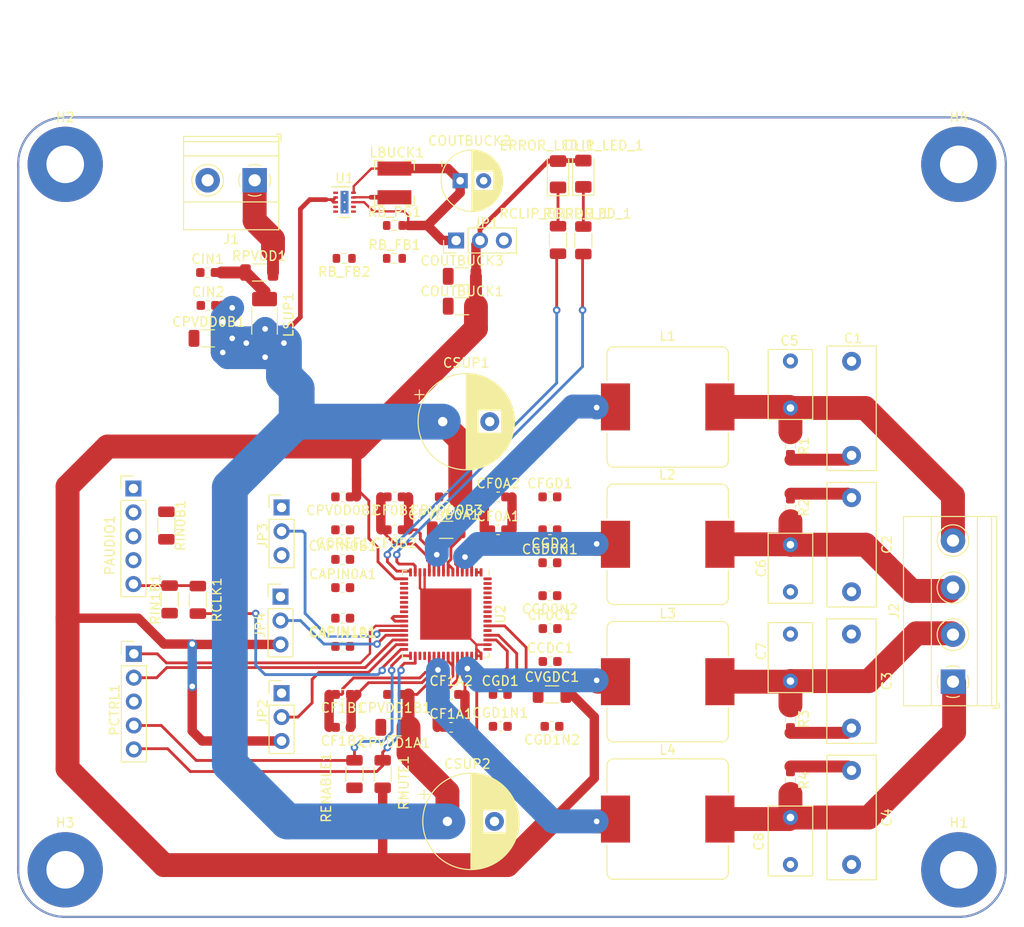
<source format=kicad_pcb>
(kicad_pcb (version 20211014) (generator pcbnew)
  (layers (0 "F.Cu" signal) (31 "B.Cu" signal) (34 "B.Paste" user) (35 "F.Paste" user) (36 "B.SilkS" user "B.Silkscreen") (37 "F.SilkS" user "F.Silkscreen") (38 "B.Mask" user) (39 "F.Mask" user) (44 "Edge.Cuts" user))
  (net 0 "")
  (net 1 "GND")
  (net 2 "Net-(C3-Pad2)")
  (net 3 "Net-(C4-Pad1)")
  (net 4 "Net-(C7-Pad2)")
  (net 5 "Net-(C2-Pad1)")
  (net 6 "Net-(C5-Pad2)")
  (net 7 "Net-(C6-Pad1)")
  (net 8 "Net-(C8-Pad1)")
  (net 9 "Net-(CCDC1-Pad1)")
  (net 10 "Net-(CCREF1-Pad1)")
  (net 11 "Net-(CF0A1-Pad1)")
  (net 12 "Net-(CF0A1-Pad2)")
  (net 13 "Net-(CF0B1-Pad1)")
  (net 14 "Net-(CF0B1-Pad2)")
  (net 15 "Net-(CF1A1-Pad1)")
  (net 16 "Net-(CF1A1-Pad2)")
  (net 17 "Net-(CF1B1-Pad1)")
  (net 18 "Net-(CF1B1-Pad2)")
  (net 19 "Net-(CFDC1-Pad1)")
  (net 20 "Net-(CFDC1-Pad2)")
  (net 21 "Net-(CGD1-Pad1)")
  (net 22 "Net-(CGD1-Pad2)")
  (net 23 "Net-(CFGD1-Pad1)")
  (net 24 "/PVDD")
  (net 25 "Net-(CFGD1-Pad2)")
  (net 26 "/VDD")
  (net 27 "/BUCK_5V")
  (net 28 "Net-(CGD0N1-Pad1)")
  (net 29 "Net-(CGD2-Pad2)")
  (net 30 "Net-(CIN1-Pad2)")
  (net 31 "/RPI_5V")
  (net 32 "Net-(C1-Pad2)")
  (net 33 "Net-(CLIP_LED_1-Pad1)")
  (net 34 "Net-(RB_FB1-Pad1)")
  (net 35 "/ERROR")
  (net 36 "/CLIP")
  (net 37 "Net-(CVGDC1-Pad1)")
  (net 38 "Net-(CAPIN0A1-Pad1)")
  (net 39 "WS")
  (net 40 "Net-(CAPIN0B1-Pad1)")
  (net 41 "Net-(ERROR_LED_1-Pad1)")
  (net 42 "Net-(J1-Pad1)")
  (net 43 "SCLK")
  (net 44 "SD0")
  (net 45 "AD1")
  (net 46 "AD0")
  (net 47 "OUT0B")
  (net 48 "OUT0A")
  (net 49 "OUT1A")
  (net 50 "OUT1B")
  (net 51 "Net-(CAPIN1A1-Pad2)")
  (net 52 "Net-(CAPIN1B1-Pad1)")
  (net 53 "SD1")
  (net 54 "CLKM{slash}S")
  (net 55 "CLK")
  (net 56 "ENABLE")
  (net 57 "MUTE")
  (net 58 "SDL")
  (net 59 "SDA")
  (net 60 "Net-(LBUCK1-Pad2)")
  (net 61 "Net-(RB_PG1-Pad1)")
  (footprint "Capacitor_SMD:C_0603_1608Metric" (layer "F.Cu") (at 144.525 109.855 180)
    (fp_text reference "CF1B2")
    (fp_text value "10uF")
  )
  (footprint "Connector_PinHeader_2.54mm:PinHeader_1x03_P2.54mm_Vertical" (layer "F.Cu") (at 138 86.475)
    (fp_text reference "JP3")
    (fp_text value "Jumper_3_Open")
  )
  (footprint "Capacitor_SMD:C_0603_1608Metric" (layer "F.Cu") (at 161.025 85.355)
    (fp_text reference "CF0A2")
    (fp_text value "10uF")
  )
  (footprint "Capacitor_THT:C_Rect_L7.2mm_W4.5mm_P5.00mm_FKS2_FKP2_MKS2_MKP2" (layer "F.Cu") (at 192.1 99.94 -90)
    (fp_text reference "C7")
    (fp_text value "0.47uF")
  )
  (footprint "Resistor_SMD:R_1206_3216Metric" (layer "F.Cu") (at 167.39 58.0375 90)
    (fp_text reference "RCLIP_ERROR_1")
    (fp_text value "2k")
  )
  (footprint "Capacitor_THT:C_Rect_L7.2mm_W4.5mm_P5.00mm_FKS2_FKP2_MKS2_MKP2" (layer "F.Cu") (at 192.1 119.44 -90)
    (fp_text reference "C8")
    (fp_text value "0.47uF")
  )
  (footprint "Capacitor_SMD:C_0603_1608Metric" (layer "F.Cu") (at 130.14 61.5)
    (fp_text reference "CIN1")
    (fp_text value "22nF")
  )
  (footprint "Package_SON:WSON-10-1EP_2x3mm_P0.5mm_EP0.84x2.4mm_ThermalVias" (layer "F.Cu") (at 144.695 54.025)
    (fp_text reference "U1")
    (fp_text value "TPS62175DQC")
  )
  (footprint "Capacitor_THT:C_Rect_L13.0mm_W5.0mm_P10.00mm_FKS3_FKP3_MKS4" (layer "F.Cu") (at 198.6 85.44 -90)
    (fp_text reference "C2")
    (fp_text value "1uF")
  )
  (footprint "Capacitor_SMD:C_1206_3216Metric" (layer "F.Cu") (at 130.165 68.5 180)
    (fp_text reference "CPVDD0B1")
    (fp_text value "1uF")
  )
  (footprint "Capacitor_THT:CP_Radial_D10.0mm_P5.00mm" (layer "F.Cu") (at 155.632323 119.855)
    (fp_text reference "CSUP2")
    (fp_text value "330uF/35V")
  )
  (footprint "Capacitor_SMD:C_0603_1608Metric" (layer "F.Cu") (at 144.5 88.855 180)
    (fp_text reference "CCREF1")
    (fp_text value "1uF")
  )
  (footprint "Capacitor_SMD:C_1206_3216Metric" (layer "F.Cu") (at 157.19 61.905)
    (fp_text reference "COUTBUCK3")
    (fp_text value "0.1uF")
  )
  (footprint "Resistor_SMD:R_1206_3216Metric" (layer "F.Cu") (at 125.75 88.4 90)
    (fp_text reference "RIN0B1")
    (fp_text value "R")
  )
  (footprint "Capacitor_SMD:C_0603_1608Metric" (layer "F.Cu") (at 144.5 95)
    (fp_text reference "CAPIN0A1")
    (fp_text value "1uF")
  )
  (footprint "Capacitor_SMD:C_0603_1608Metric" (layer "F.Cu") (at 144.5 92)
    (fp_text reference "CAPIN0B1")
    (fp_text value "1uF")
  )
  (footprint "Inductor_SMD:L_Bourns_SRP1245A" (layer "F.Cu") (at 179.05 75.79 180)
    (fp_text reference "L1")
    (fp_text value "3.3uH")
  )
  (footprint "Resistor_SMD:R_0603_1608Metric" (layer "F.Cu") (at 192.1 108.9775 -90)
    (fp_text reference "R3")
    (fp_text value "3.6")
  )
  (footprint "Resistor_SMD:R_1206_3216Metric" (layer "F.Cu") (at 148.75 114.8175 -90)
    (fp_text reference "RMUTE1")
    (fp_text value "R")
  )
  (footprint "MountingHole:MountingHole_4mm_Pad" (layer "F.Cu") (at 115 50)
    (fp_text reference "H2")
    (fp_text value "MountingHole_Pad")
  )
  (footprint "LED_SMD:LED_1206_3216Metric" (layer "F.Cu") (at 170.08 51 90)
    (fp_text reference "CLIP_LED_1")
    (fp_text value "LED")
  )
  (footprint "Inductor_SMD:L_Bourns_SRP1245A" (layer "F.Cu") (at 179.05 90.395 180)
    (fp_text reference "L2")
    (fp_text value "3.3uH")
  )
  (footprint "Resistor_SMD:R_1206_3216Metric" (layer "F.Cu") (at 129.1 96.3 -90)
    (fp_text reference "RCLK1")
    (fp_text value "R")
  )
  (footprint "MountingHole:MountingHole_4mm_Pad" (layer "F.Cu") (at 210 50)
    (fp_text reference "H4")
    (fp_text value "MountingHole_Pad")
  )
  (footprint "Capacitor_SMD:C_0603_1608Metric" (layer "F.Cu") (at 166.525 92.355)
    (fp_text reference "CGD0N1")
    (fp_text value "1uF")
  )
  (footprint "Inductor_SMD:L_Bourns_SRP1245A" (layer "F.Cu") (at 179.05 119.605 180)
    (fp_text reference "L4")
    (fp_text value "3.3uH")
  )
  (footprint "Capacitor_THT:CP_Radial_D6.3mm_P2.50mm" (layer "F.Cu") (at 156.985 51.745)
    (fp_text reference "COUTBUCK2")
    (fp_text value "22uF")
  )
  (footprint "Resistor_SMD:R_1206_3216Metric" (layer "F.Cu") (at 126.1 96.25 -90)
    (fp_text reference "RIN1B1")
    (fp_text value "R")
  )
  (footprint "Capacitor_THT:CP_Radial_D10.0mm_P5.00mm" (layer "F.Cu") (at 155.132323 77.355)
    (fp_text reference "CSUP1")
    (fp_text value "330uF/35V")
  )
  (footprint "Capacitor_SMD:C_0603_1608Metric" (layer "F.Cu") (at 161.25 109.75)
    (fp_text reference "CGD1N1")
    (fp_text value "1uF")
  )
  (footprint "Resistor_SMD:R_0603_1608Metric" (layer "F.Cu") (at 144.6575 60 180)
    (fp_text reference "RB_FB2")
    (fp_text value "383k")
  )
  (footprint "Capacitor_SMD:C_0603_1608Metric" (layer "F.Cu") (at 166.75 109.75 180)
    (fp_text reference "CGD1N2")
    (fp_text value "0.1uF")
  )
  (footprint "Connector_PinHeader_2.54mm:PinHeader_1x03_P2.54mm_Vertical" (layer "F.Cu") (at 156.555 58.095 90)
    (fp_text reference "JP1")
    (fp_text value "Jumper_3_Open")
  )
  (footprint "Inductor_SMD:L_Bourns_SRP1245A" (layer "F.Cu") (at 179.05 105 180)
    (fp_text reference "L3")
    (fp_text value "3.3uH")
  )
  (footprint "Connector_PinHeader_2.54mm:PinHeader_1x03_P2.54mm_Vertical" (layer "F.Cu") (at 138 106.225)
    (fp_text reference "JP2")
    (fp_text value "Jumper_3_Open")
  )
  (footprint "Capacitor_SMD:C_0603_1608Metric" (layer "F.Cu") (at 150.025 85.355 180)
    (fp_text reference "CF0B1")
    (fp_text value "10uF")
  )
  (footprint "Resistor_SMD:R_1206_3216Metric" (layer "F.Cu") (at 135.6275 61.5 180)
    (fp_text reference "RPVDD1")
    (fp_text value "0.1R")
  )
  (footprint "Resistor_SMD:R_1206_3216Metric" (layer "F.Cu") (at 145.75 114.8175 -90)
    (fp_text reference "RENABLE1")
    (fp_text value "R")
  )
  (footprint "Capacitor_SMD:C_0603_1608Metric" (layer "F.Cu") (at 156.025 109.855)
    (fp_text reference "CF1A1")
    (fp_text value "10uF")
  )
  (footprint "Capacitor_SMD:C_1206_3216Metric" (layer "F.Cu") (at 157.19 65.08)
    (fp_text reference "COUTBUCK1")
    (fp_text value "1uF")
  )
  (footprint "Capacitor_SMD:C_0603_1608Metric" (layer "F.Cu") (at 166.55 102.855)
    (fp_text reference "CCDC1")
    (fp_text value "1uF")
  )
  (footprint "Capacitor_SMD:C_0603_1608Metric" (layer "F.Cu") (at 166.525 95.855 180)
    (fp_text reference "CGD0N2")
    (fp_text value "0.1uF")
  )
  (footprint "Capacitor_THT:C_Rect_L7.2mm_W4.5mm_P5.00mm_FKS2_FKP2_MKS2_MKP2" (layer "F.Cu") (at 192.1 90.44 -90)
    (fp_text reference "C6")
    (fp_text value "0.47uF")
  )
  (footprint "Capacitor_SMD:C_0603_1608Metric" (layer "F.Cu") (at 144.5 85.355 180)
    (fp_text reference "CPVDD0B2")
    (fp_text value "1uF")
  )
  (footprint "Capacitor_THT:C_Rect_L13.0mm_W5.0mm_P10.00mm_FKS3_FKP3_MKS4" (layer "F.Cu") (at 198.6 114.44 -90)
    (fp_text reference "C4")
    (fp_text value "1uF")
  )
  (footprint "Capacitor_SMD:C_0603_1608Metric" (layer "F.Cu") (at 130.19 65)
    (fp_text reference "CIN2")
    (fp_text value "22nF")
  )
  (footprint "Resistor_SMD:R_0603_1608Metric" (layer "F.Cu") (at 192.1 115.4775 -90)
    (fp_text reference "R4")
    (fp_text value "3.6")
  )
  (footprint "Capacitor_THT:C_Rect_L13.0mm_W5.0mm_P10.00mm_FKS3_FKP3_MKS4" (layer "F.Cu") (at 198.585 99.94 -90)
    (fp_text reference "C3")
    (fp_text value "1uF")
  )
  (footprint "Capacitor_SMD:C_1206_3216Metric" (layer "F.Cu") (at 155.5 88.855 180)
    (fp_text reference "CPVDD0A1")
    (fp_text value "0.1uF")
  )
  (footprint "Capacitor_SMD:C_0603_1608Metric" (layer "F.Cu") (at 166.525 85.355)
    (fp_text reference "CFGD1")
    (fp_text value "0.1uF")
  )
  (footprint "Resistor_SMD:R_0603_1608Metric" (layer "F.Cu") (at 150 56.5)
    (fp_text reference "RB_PG1")
    (fp_text value "100k")
  )
  (footprint "MountingHole:MountingHole_4mm_Pad" (layer "F.Cu") (at 115 125)
    (fp_text reference "H3")
    (fp_text value "MountingHole_Pad")
  )
  (footprint "Capacitor_THT:C_Rect_L7.2mm_W4.5mm_P5.00mm_FKS2_FKP2_MKS2_MKP2" (layer "F.Cu") (at 192.1 70.9025 -90)
    (fp_text reference "C5")
    (fp_text value "0.47uF")
  )
  (footprint "Capacitor_SMD:C_0603_1608Metric" (layer "F.Cu") (at 144.5 98.25 180)
    (fp_text reference "CAPIN1A1")
    (fp_text value "1uF")
  )
  (footprint "Resistor_SMD:R_1206_3216Metric" (layer "F.Cu") (at 170.08 58.075 90)
    (fp_text reference "RCLIP_LED_1")
    (fp_text value "2k")
  )
  (footprint "Inductor_SMD:L_2010_5025Metric_Pad1.52x2.65mm_HandSolder" (layer "F.Cu") (at 136.19 66.6625 90)
    (fp_text reference "LSUP1")
    (fp_text value "Ferrite 2743019447")
  )
  (footprint "LED_SMD:LED_1206_3216Metric" (layer "F.Cu") (at 167.39 51.0525 90)
    (fp_text reference "ERROR_LED_1")
    (fp_text value "LED")
  )
  (footprint "Capacitor_SMD:C_0603_1608Metric" (layer "F.Cu") (at 144.5 101.25)
    (fp_text reference "CAPIN1B1")
    (fp_text value "1uF")
  )
  (footprint "Connector_PinHeader_2.54mm:PinHeader_1x05_P2.54mm_Vertical" (layer "F.Cu") (at 122.25 84.4625)
    (fp_text reference "PAUDIO1")
    (fp_text value "Conn_01x05")
  )
  (footprint "Capacitor_SMD:C_0603_1608Metric" (layer "F.Cu") (at 150.025 88.855 180)
    (fp_text reference "CF0B2")
    (fp_text value "10uF")
  )
  (footprint "MountingHole:MountingHole_4mm_Pad" (layer "F.Cu") (at 210 125)
    (fp_text reference "H1")
    (fp_text value "MountingHole_Pad")
  )
  (footprint "TerminalBlock_Phoenix:TerminalBlock_Phoenix_MKDS-1,5-2_1x02_P5.00mm_Horizontal" (layer "F.Cu") (at 135.14 51.695 180)
    (fp_text reference "J1")
    (fp_text value "Screw_Terminal_01x02")
  )
  (footprint "Capacitor_SMD:C_0603_1608Metric" (layer "F.Cu") (at 161.25 106.355)
    (fp_text reference "CGD1")
    (fp_text value "1uF")
  )
  (footprint "Connector_PinHeader_2.54mm:PinHeader_1x05_P2.54mm_Vertical" (layer "F.Cu") (at 122.295 102.0375)
    (fp_text reference "PCTRL1")
    (fp_text value "Conn_01x05")
  )
  (footprint "Capacitor_SMD:C_0603_1608Metric" (layer "F.Cu") (at 150.025 106.355 180)
    (fp_text reference "CPVDD1B1")
    (fp_text value "1uF")
  )
  (footprint "Capacitor_SMD:C_0603_1608Metric" (layer "F.Cu") (at 166.55 99.355)
    (fp_text reference "CFDC1")
    (fp_text value "1uF")
  )
  (footprint "Connector_PinHeader_2.54mm:PinHeader_1x03_P2.54mm_Vertical" (layer "F.Cu") (at 137.8875 95.96)
    (fp_text reference "JP4")
    (fp_text value "Jumper_3_Open")
  )
  (footprint "Package_DFN_QFN:QFN-64-1EP_9x9mm_P0.5mm_EP5.45x5.45mm" (layer "F.Cu") (at 155.46 97.815 -90)
    (fp_text reference "U2")
    (fp_text value "MA12070P")
  )
  (footprint "TerminalBlock_Phoenix:TerminalBlock_Phoenix_MKDS-1,5-4_1x04_P5.00mm_Horizontal" (layer "F.Cu") (at 209.38 105 90)
    (fp_text reference "J2")
    (fp_text value "Screw_Terminal_01x04")
  )
  (footprint "Capacitor_SMD:C_0603_1608Metric" (layer "F.Cu") (at 156.025 106.355)
    (fp_text reference "CF1A2")
    (fp_text value "10uF")
  )
  (footprint "Capacitor_SMD:C_0603_1608Metric" (layer "F.Cu") (at 155.525 85.355 180)
    (fp_text reference "CPVDD0B3")
    (fp_text value "1uF")
  )
  (footprint "Capacitor_SMD:C_0603_1608Metric" (layer "F.Cu") (at 166.525 88.855 180)
    (fp_text reference "CGD2")
    (fp_text value "1uF")
  )
  (footprint "Capacitor_SMD:C_0603_1608Metric" (layer "F.Cu") (at 144.525 106.355 180)
    (fp_text reference "CF1B1")
    (fp_text value "10uF")
  )
  (footprint "Resistor_SMD:R_0603_1608Metric" (layer "F.Cu") (at 192.1 79.94 -90)
    (fp_text reference "R1")
    (fp_text value "3.6")
  )
  (footprint "Inductor_SMD:L_Bourns-SRN4018" (layer "F.Cu") (at 150 51.975 -90)
    (fp_text reference "LBUCK1")
    (fp_text value "SRN4026-100M")
  )
  (footprint "Capacitor_THT:C_Rect_L13.0mm_W5.0mm_P10.00mm_FKS3_FKP3_MKS4" (layer "F.Cu") (at 198.6 70.94 -90)
    (fp_text reference "C1")
    (fp_text value "1uF")
  )
  (footprint "Capacitor_SMD:C_0603_1608Metric" (layer "F.Cu") (at 161.025 88.855)
    (fp_text reference "CF0A1")
    (fp_text value "10uF")
  )
  (footprint "Capacitor_SMD:C_1206_3216Metric" (layer "F.Cu") (at 150.025 109.855 180)
    (fp_text reference "CPVDD1A1")
    (fp_text value "0.1uF")
  )
  (footprint "Resistor_SMD:R_0603_1608Metric" (layer "F.Cu") (at 192.1 86.4775 -90)
    (fp_text reference "R2")
    (fp_text value "3.6")
  )
  (footprint "Resistor_SMD:R_0603_1608Metric" (layer "F.Cu") (at 150 60)
    (fp_text reference "RB_FB1")
    (fp_text value "2M")
  )
  (footprint "Capacitor_SMD:C_1206_3216Metric" (layer "F.Cu") (at 166.75 106.355)
    (fp_text reference "CVGDC1")
    (fp_text value "1uF")
  )
  (gr_line (start 110 50.25) (end 110 124.75) (layer "F.Cu") (width 0.2))
  (gr_arc (start 215 125) (mid 213.535534 128.535534) (end 210 130) (layer "F.Cu") (width 0.2))
  (gr_line (start 210 45) (end 115 44.993754) (layer "F.Cu") (width 0.2))
  (gr_arc (start 110 50.25) (mid 111.372738 46.54957) (end 115 44.993754) (layer "F.Cu") (width 0.2))
  (gr_arc (start 114.75 130) (mid 111.287689 128.358757) (end 110 124.75) (layer "F.Cu") (width 0.2))
  (gr_line (start 114.75 130) (end 210 130) (layer "F.Cu") (width 0.2))
  (gr_line (start 215 125) (end 214.994341 50.237826) (layer "F.Cu") (width 0.2))
  (gr_arc (start 210 45) (mid 213.618641 46.549575) (end 214.994341 50.237826) (layer "F.Cu") (width 0.2))
  (gr_line (start 210 45) (end 115 45.006246) (layer "B.Cu") (width 0.2))
  (gr_arc (start 210 45) (mid 213.627262 46.555816) (end 215 50.256246) (layer "B.Cu") (width 0.2))
  (gr_line (start 215 124.756246) (end 215 50.256246) (layer "B.Cu") (width 0.2))
  (gr_line (start 110.005659 50.244072) (end 110 125.006246) (layer "B.Cu") (width 0.2))
  (gr_arc (start 115 130.006246) (mid 111.464466 128.54178) (end 110 125.006246) (layer "B.Cu") (width 0.2))
  (gr_line (start 115 130.006246) (end 210.25 130.006246) (layer "B.Cu") (width 0.2))
  (gr_arc (start 110.005659 50.244072) (mid 111.381359 46.555821) (end 115 45.006246) (layer "B.Cu") (width 0.2))
  (gr_arc (start 215 124.756246) (mid 213.712311 128.365003) (end 210.25 130.006246) (layer "B.Cu") (width 0.2))
  (gr_line (start 215 50) (end 215 125) (layer "Edge.Cuts") (width 0.05))
  (gr_line (start 110 125) (end 110 50) (layer "Edge.Cuts") (width 0.05))
  (gr_arc (start 110 50) (mid 111.464466 46.464466) (end 115 45) (layer "Edge.Cuts") (width 0.05))
  (gr_arc (start 115 130) (mid 111.464466 128.535534) (end 110 125) (layer "Edge.Cuts") (width 0.05))
  (gr_line (start 210 130) (end 115 130) (layer "Edge.Cuts") (width 0.05))
  (gr_line (start 115 45) (end 210 45) (layer "Edge.Cuts") (width 0.05))
  (gr_arc (start 210 45) (mid 213.535534 46.464466) (end 215 50) (layer "Edge.Cuts") (width 0.05))
  (gr_arc (start 215 125) (mid 213.535534 128.535534) (end 210 130) (layer "Edge.Cuts") (width 0.05))
  (segment (start 152.71 95.065) (end 152.71 93.3775) (width 0.25) (layer "F.Cu") (net 1))
  (segment (start 151.0225 98.065) (end 149.935 98.065) (width 0.3) (layer "F.Cu") (net 1))
  (segment (start 159.21 102.2525) (end 159.21 102.01) (width 0.25) (layer "F.Cu") (net 1))
  (segment (start 151.0225 98.565) (end 150.065 98.565) (width 0.3) (layer "F.Cu") (net 1))
  (segment (start 158.71 101.51) (end 158.71 101.065) (width 0.25) (layer "F.Cu") (net 1))
  (segment (start 159.21 93.3775) (end 158.71 93.3775) (width 0.3) (layer "F.Cu") (net 1))
  (segment (start 159.8975 101.065) (end 158.71 101.065) (width 0.25) (layer "F.Cu") (net 1))
  (segment (start 158.71 102.2525) (end 158.71 101.51) (width 0.25) (layer "F.Cu") (net 1))
  (segment (start 153.21 93.3775) (end 153.21 95.565) (width 0.25) (layer "F.Cu") (net 1))
  (segment (start 159.21 102.01) (end 158.71 101.51) (width 0.25) (layer "F.Cu") (net 1))
  (segment (start 150.065 98.565) (end 149.75 98.25) (width 0.3) (layer "F.Cu") (net 1))
  (segment (start 149.935 98.065) (end 149.75 98.25) (width 0.3) (layer "F.Cu") (net 1))
  (segment (start 158.71 102.2525) (end 159.21 102.2525) (width 0.3) (layer "F.Cu") (net 1))
  (segment (start 153.21 95.565) (end 152.71 95.065) (width 0.25) (layer "F.Cu") (net 1))
  (segment (start 158.71 101.065) (end 155.46 97.815) (width 0.25) (layer "F.Cu") (net 1))
  (segment (start 198.085 110.44) (end 198.585 109.94) (width 1.27) (layer "F.Cu") (net 2))
  (segment (start 192.1 110.44) (end 198.085 110.44) (width 1.27) (layer "F.Cu") (net 2))
  (segment (start 198.175 114.015) (end 198.6 114.44) (width 1.27) (layer "F.Cu") (net 3))
  (segment (start 198.6 114.44) (end 198.585 114.44) (width 1.27) (layer "F.Cu") (net 3))
  (segment (start 192.1 114.015) (end 198.175 114.015) (width 1.27) (layer "F.Cu") (net 3))
  (segment (start 209.235 99.855) (end 209.38 100) (width 2.54) (layer "F.Cu") (net 4))
  (segment (start 200.415 104.94) (end 205.5 99.855) (width 2.54) (layer "F.Cu") (net 4))
  (segment (start 184.6 105) (end 192.04 105) (width 2.54) (layer "F.Cu") (net 4))
  (segment (start 192.1 104.94) (end 200.415 104.94) (width 2.54) (layer "F.Cu") (net 4))
  (segment (start 205.5 99.855) (end 209.235 99.855) (width 2.54) (layer "F.Cu") (net 4))
  (segment (start 192.04 105) (end 192.1 104.94) (width 2.54) (layer "F.Cu") (net 4))
  (segment (start 192.1 107.515) (end 192.1 104.94) (width 2.54) (layer "F.Cu") (net 4))
  (segment (start 198.175 85.015) (end 198.6 85.44) (width 1.27) (layer "F.Cu") (net 5))
  (segment (start 192.1 85.015) (end 198.175 85.015) (width 1.27) (layer "F.Cu") (net 5))
  (segment (start 200.0475 75.9025) (end 209.38 85.235) (width 2.54) (layer "F.Cu") (net 6))
  (segment (start 192.1 78.4775) (end 192.1 75.9025) (width 2.54) (layer "F.Cu") (net 6))
  (segment (start 209.38 85.235) (end 209.38 90) (width 2.54) (layer "F.Cu") (net 6))
  (segment (start 192.1 75.9025) (end 200.0475 75.9025) (width 2.54) (layer "F.Cu") (net 6))
  (segment (start 184.6 75.79) (end 191.9875 75.79) (width 2.54) (layer "F.Cu") (net 6))
  (segment (start 191.9875 75.79) (end 192.1 75.9025) (width 2.54) (layer "F.Cu") (net 6))
  (segment (start 209.025 95.355) (end 209.38 95) (width 2.54) (layer "F.Cu") (net 7))
  (segment (start 192.1 90.44) (end 200.085 90.44) (width 2.54) (layer "F.Cu") (net 7))
  (segment (start 205 95.355) (end 209.025 95.355) (width 2.54) (layer "F.Cu") (net 7))
  (segment (start 192.1 90.44) (end 192.1 87.94) (width 2.54) (layer "F.Cu") (net 7))
  (segment (start 200.085 90.44) (end 205 95.355) (width 2.54) (layer "F.Cu") (net 7))
  (segment (start 192.055 90.395) (end 192.1 90.44) (width 2.54) (layer "F.Cu") (net 7))
  (segment (start 184.6 90.395) (end 192.055 90.395) (width 2.54) (layer "F.Cu") (net 7))
  (segment (start 191.935 119.605) (end 192.1 119.44) (width 2.54) (layer "F.Cu") (net 8))
  (segment (start 209.5 110.355) (end 209.5 105.12) (width 2.54) (layer "F.Cu") (net 8))
  (segment (start 209.5 105.12) (end 209.38 105) (width 2.54) (layer "F.Cu") (net 8))
  (segment (start 192.1 119.44) (end 200.415 119.44) (width 2.54) (layer "F.Cu") (net 8))
  (segment (start 192.1 119.44) (end 192.1 116.94) (width 2.54) (layer "F.Cu") (net 8))
  (segment (start 200.415 119.44) (end 209.5 110.355) (width 2.54) (layer "F.Cu") (net 8))
  (segment (start 184.6 119.605) (end 191.935 119.605) (width 2.54) (layer "F.Cu") (net 8))
  (segment (start 159.55 89.95) (end 159.55 88.855) (width 0.3) (layer "F.Cu") (net 11))
  (segment (start 157.5 90.25) (end 159.25 90.25) (width 0.3) (layer "F.Cu") (net 11))
  (segment (start 156.5 92.5) (end 156.5 91.25) (width 0.3) (layer "F.Cu") (net 11))
  (segment (start 156.5 91.25) (end 157.5 90.25) (width 0.3) (layer "F.Cu") (net 11))
  (segment (start 156.71 92.71) (end 156.5 92.5) (width 0.3) (layer "F.Cu") (net 11))
  (segment (start 159.25 90.25) (end 159.55 89.95) (width 0.3) (layer "F.Cu") (net 11))
  (segment (start 156.71 93.3775) (end 156.71 92.71) (width 0.3) (layer "F.Cu") (net 11))
  (segment (start 159.55 85.355) (end 159.55 88.855) (width 1) (layer "F.Cu") (net 11))
  (segment (start 159 91.25) (end 158.5 91.75) (width 0.3) (layer "F.Cu") (net 12))
  (segment (start 158.5 92.25) (end 158.21 92.54) (width 0.3) (layer "F.Cu") (net 12))
  (segment (start 162.5 85.355) (end 162.5 88.855) (width 1) (layer "F.Cu") (net 12))
  (segment (start 162.5 88.855) (end 160.105 91.25) (width 0.3) (layer "F.Cu") (net 12))
  (segment (start 158.21 92.54) (end 158.21 93.3775) (width 0.3) (layer "F.Cu") (net 12))
  (segment (start 158.5 91.75) (end 158.5 92.25) (width 0.3) (layer "F.Cu") (net 12))
  (segment (start 160.105 91.25) (end 159 91.25) (width 0.3) (layer "F.Cu") (net 12))
  (segment (start 155.0525 90.355) (end 153.25 90.355) (width 0.3) (layer "F.Cu") (net 13))
  (segment (start 155.5 90.8025) (end 155.0525 90.355) (width 0.3) (layer "F.Cu") (net 13))
  (segment (start 153.25 90.355) (end 152.75 89.855) (width 0.3) (layer "F.Cu") (net 13))
  (segment (start 152.75 89.855) (end 152.75 89.25) (width 0.3) (layer "F.Cu") (net 13))
  (segment (start 155.21 92.04) (end 155.5 91.75) (width 0.3) (layer "F.Cu") (net 13))
  (segment (start 151.5 88.855) (end 151.5 85.355) (width 1) (layer "F.Cu") (net 13))
  (segment (start 155.5 91.75) (end 155.5 90.8025) (width 0.3) (layer "F.Cu") (net 13))
  (segment (start 152.355 88.855) (end 151.5 88.855) (width 0.3) (layer "F.Cu") (net 13))
  (segment (start 155.21 93.3775) (end 155.21 92.04) (width 0.3) (layer "F.Cu") (net 13))
  (segment (start 152.75 89.25) (end 152.355 88.855) (width 0.3) (layer "F.Cu") (net 13))
  (segment (start 150.05 90.355) (end 148.55 88.855) (width 0.3) (layer "F.Cu") (net 14))
  (segment (start 153.71 92.315) (end 153.5 92.105) (width 0.3) (layer "F.Cu") (net 14))
  (segment (start 148.55 85.355) (end 148.55 88.855) (width 1) (layer "F.Cu") (net 14))
  (segment (start 153.5 92.105) (end 153.5 91.6775) (width 0.3) (layer "F.Cu") (net 14))
  (segment (start 153.5 91.6775) (end 152.1775 90.355) (width 0.3) (layer "F.Cu") (net 14))
  (segment (start 152.1775 90.355) (end 150.05 90.355) (width 0.3) (layer "F.Cu") (net 14))
  (segment (start 153.71 93.3775) (end 153.71 92.315) (width 0.3) (layer "F.Cu") (net 14))
  (segment (start 155.145 106.355) (end 156.71 104.79) (width 0.3) (layer "F.Cu") (net 15))
  (segment (start 154.55 106.355) (end 155.145 106.355) (width 0.3) (layer "F.Cu") (net 15))
  (segment (start 156.71 104.79) (end 156.71 102.2525) (width 0.3) (layer "F.Cu") (net 15))
  (segment (start 154.55 106.355) (end 154.55 109.855) (width 1) (layer "F.Cu") (net 15))
  (segment (start 158.75 103.355) (end 158.21 102.815) (width 0.3) (layer "F.Cu") (net 16))
  (segment (start 157.5 106.355) (end 157.5 105.105) (width 0.3) (layer "F.Cu") (net 16))
  (segment (start 157.5 106.355) (end 157.5 109.855) (width 1) (layer "F.Cu") (net 16))
  (segment (start 157.5 105.105) (end 158.75 103.855) (width 0.3) (layer "F.Cu") (net 16))
  (segment (start 158.75 103.855) (end 158.75 103.355) (width 0.3) (layer "F.Cu") (net 16))
  (segment (start 158.21 102.815) (end 158.21 102.2525) (width 0.3) (layer "F.Cu") (net 16))
  (segment (start 147.25 105.105) (end 146.125 106.23) (width 0.3) (layer "F.Cu") (net 17))
  (segment (start 155.5 103.355) (end 155.5 104.355) (width 0.3) (layer "F.Cu") (net 17))
  (segment (start 145.4 109.755) (end 145.3 109.855) (width 1) (layer "F.Cu") (net 17))
  (segment (start 153.4275 104.605) (end 152.9275 105.105) (width 0.3) (layer "F.Cu") (net 17))
  (segment (start 146 106.355) (end 145.4 106.955) (width 1) (layer "F.Cu") (net 17))
  (segment (start 155.5 104.355) (end 155.25 104.605) (width 0.3) (layer "F.Cu") (net 17))
  (segment (start 145.4 106.955) (end 145.4 109.755) (width 1) (layer "F.Cu") (net 17))
  (segment (start 155.21 103.065) (end 155.5 103.355) (width 0.3) (layer "F.Cu") (net 17))
  (segment (start 155.21 102.2525) (end 155.21 103.065) (width 0.3) (layer "F.Cu") (net 17))
  (segment (start 155.25 104.605) (end 153.4275 104.605) (width 0.3) (layer "F.Cu") (net 17))
  (segment (start 152.9275 105.105) (end 147.25 105.105) (width 0.3) (layer "F.Cu") (net 17))
  (segment (start 144.5 105.75) (end 144.5 106.25) (width 0.3) (layer "F.Cu") (net 18))
  (segment (start 145.645 104.605) (end 144.5 105.75) (width 0.3) (layer "F.Cu") (net 18))
  (segment (start 144.5 106.25) (end 144.395 106.355) (width 0.3) (layer "F.Cu") (net 18))
  (segment (start 152.695 104.605) (end 145.645 104.605) (width 0.3) (layer "F.Cu") (net 18))
  (segment (start 143.05 106.355) (end 143.05 109.855) (width 1) (layer "F.Cu") (net 18))
  (segment (start 153.3 104) (end 152.695 104.605) (width 0.3) (layer "F.Cu") (net 18))
  (segment (start 153.71 102.2525) (end 153.71 103.865) (width 0.3) (layer "F.Cu") (net 18))
  (segment (start 153.575 104) (end 153.3 104) (width 0.3) (layer "F.Cu") (net 18))
  (segment (start 144.395 106.355) (end 143.05 106.355) (width 0.3) (layer "F.Cu") (net 18))
  (segment (start 153.71 103.865) (end 153.575 104) (width 0.3) (layer "F.Cu") (net 18))
  (segment (start 161.065 100.065) (end 159.8975 100.065) (width 0.3) (layer "F.Cu") (net 21))
  (segment (start 160.395 106.355) (end 163 103.75) (width 0.3) (layer "F.Cu") (net 21))
  (segment (start 163 102) (end 161.065 100.065) (width 0.3) (layer "F.Cu") (net 21))
  (segment (start 163 103.75) (end 163 102) (width 0.3) (layer "F.Cu") (net 21))
  (segment (start 156.21 102.2525) (end 156.21 103.315) (width 0.3) (layer "F.Cu") (net 24))
  (segment (start 151.5 112.605) (end 151.5 109.855) (width 2.54) (layer "F.Cu") (net 24))
  (segment (start 156.975 89.775) (end 156 90.75) (width 0.3) (layer "F.Cu") (net 24))
  (segment (start 131.915 65.25) (end 131.665 65) (width 1) (layer "F.Cu") (net 24))
  (segment (start 157 85.355) (end 156.975 85.38) (width 1) (layer "F.Cu") (net 24))
  (segment (start 137.75 68.5) (end 138.25 69) (width 2.54) (layer "F.Cu") (net 24))
  (segment (start 131.64 68.5) (end 131.64 69.89) (width 1) (layer "F.Cu") (net 24))
  (segment (start 152.395 106.355) (end 153.645 105.105) (width 0.3) (layer "F.Cu") (net 24))
  (segment (start 131.75 66.75) (end 131.75 70) (width 2.54) (layer "F.Cu") (net 24))
  (segment (start 136.19 69) (end 138.25 69) (width 0.5) (layer "F.Cu") (net 24))
  (segment (start 151.5 109.855) (end 151.5 106.355) (width 1.27) (layer "F.Cu") (net 24))
  (segment (start 156.21 104.395) (end 156.21 103.315) (width 0.3) (layer "F.Cu") (net 24))
  (segment (start 141 53.75) (end 142.75 53.75) (width 0.5) (layer "F.Cu") (net 24))
  (segment (start 143.525 54.025) (end 143.25 53.75) (width 0.3) (layer "F.Cu") (net 24))
  (segment (start 153.645 105.105) (end 155.5 105.105) (width 0.3) (layer "F.Cu") (net 24))
  (segment (start 138.25 68) (end 140 66.25) (width 0.5) (layer "F.Cu") (net 24))
  (segment (start 155.71 102.815) (end 155.71 102.2525) (width 0.3) (layer "F.Cu") (net 24))
  (segment (start 143.745 54.025) (end 143.525 54.025) (width 0.3) (layer "F.Cu") (net 24))
  (segment (start 138.25 69) (end 138.25 68) (width 0.5) (layer "F.Cu") (net 24))
  (segment (start 156.21 93.3775) (end 156.21 93.04) (width 0.3) (layer "F.Cu") (net 24))
  (segment (start 155.632323 119.855) (end 155.632323 116.737323) (width 2.54) (layer "F.Cu") (net 24))
  (segment (start 132.75 65.25) (end 131.915 65.25) (width 1) (layer "F.Cu") (net 24))
  (segment (start 131.64 65.025) (end 131.64 68.5) (width 1) (layer "F.Cu") (net 24))
  (segment (start 131.64 68.5) (end 132.75 68.5) (width 1) (layer "F.Cu") (net 24))
  (segment (start 131.665 65) (end 131.64 65.025) (width 1) (layer "F.Cu") (net 24))
  (segment (start 140 54.75) (end 141 53.75) (width 0.5) (layer "F.Cu") (net 24))
  (segment (start 155.71 102.815) (end 156.21 103.315) (width 0.3) (layer "F.Cu") (net 24))
  (segment (start 151.5 106.355) (end 152.395 106.355) (width 0.3) (layer "F.Cu") (net 24))
  (segment (start 143.25 53.75) (end 143.52 53.75) (width 0.3) (layer "F.Cu") (net 24))
  (segment (start 157 79.355) (end 157 85.355) (width 2.54) (layer "F.Cu") (net 24))
  (segment (start 156 90.75) (end 156 92) (width 0.3) (layer "F.Cu") (net 24))
  (segment (start 156 92) (end 155.71 92.29) (width 0.3) (layer "F.Cu") (net 24))
  (segment (start 140 66.25) (end 140 54.75) (width 0.5) (layer "F.Cu") (net 24))
  (segment (start 131.64 69.89) (end 131.75 70) (width 1) (layer "F.Cu") (net 24))
  (segment (start 155.632323 116.737323) (end 151.5 112.605) (width 2.54) (layer "F.Cu") (net 24))
  (segment (start 155.71 92.29) (end 155.71 92.54) (width 0.3) (layer "F.Cu") (net 24))
  (segment (start 156.21 93.04) (end 155.71 92.54) (width 0.3) (layer "F.Cu") (net 24))
  (segment (start 143.52 53.75) (end 143.745 53.525) (width 0.3) (layer "F.Cu") (net 24))
  (segment (start 132.75 68.5) (end 137.75 68.5) (width 2.54) (layer "F.Cu") (net 24))
  (segment (start 156.975 88.855) (end 156.975 89.775) (width 0.3) (layer "F.Cu") (net 24))
  (segment (start 155.71 92.54) (end 155.71 93.3775) (width 0.3) (layer "F.Cu") (net 24))
  (segment (start 156.975 85.38) (end 156.975 88.855) (width 1) (layer "F.Cu") (net 24))
  (segment (start 155.5 105.105) (end 156.21 104.395) (width 0.3) (layer "F.Cu") (net 24))
  (segment (start 132.75 69) (end 131.75 70) (width 2.54) (layer "F.Cu") (net 24))
  (segment (start 138.25 69) (end 132.75 69) (width 2.54) (layer "F.Cu") (net 24))
  (segment (start 142.75 53.75) (end 143.25 53.75) (width 0.3) (layer "F.Cu") (net 24))
  (segment (start 155.132323 77.355) (end 155.132323 77.487323) (width 2.54) (layer "F.Cu") (net 24))
  (segment (start 155.132323 77.487323) (end 157 79.355) (width 2.54) (layer "F.Cu") (net 24))
  (via (at 131.75 70) (size 1) (drill 0.6) (layers "F.Cu" "B.Cu") (net 24))
  (via (at 132.75 68.5) (size 1) (drill 0.6) (layers "F.Cu" "B.Cu") (net 24))
  (via (at 136.25 70.5) (size 1) (drill 0.6) (layers "F.Cu" "B.Cu") (net 24))
  (via (at 131.75 66.75) (size 1) (drill 0.6) (layers "F.Cu" "B.Cu") (net 24))
  (via (at 136.25 67.5) (size 1) (drill 0.6) (layers "F.Cu" "B.Cu") (net 24))
  (via (at 134.25 69) (size 1) (drill 0.6) (layers "F.Cu" "B.Cu") (net 24))
  (via (at 132.75 65.25) (size 1) (drill 0.6) (layers "F.Cu" "B.Cu") (net 24))
  (via (at 138.25 69) (size 1) (drill 0.6) (layers "F.Cu" "B.Cu") (net 24))
  (segment (start 132.5 84.355) (end 132.5 113.75) (width 3.81) (layer "B.Cu") (net 24))
  (segment (start 131.75 66.25) (end 132.75 65.25) (width 2.54) (layer "B.Cu") (net 24))
  (segment (start 138.25 69) (end 137.75 69) (width 2.54) (layer "B.Cu") (net 24))
  (segment (start 132.75 68.5) (end 135.25 68.5) (width 2.54) (layer "B.Cu") (net 24))
  (segment (start 132.25 70.5) (end 131.75 70) (width 2.54) (layer "B.Cu") (net 24))
  (segment (start 137.75 69) (end 136.25 70.5) (width 2.54) (layer "B.Cu") (net 24))
  (segment (start 135.25 68.5) (end 136.25 67.5) (width 2.54) (layer "B.Cu") (net 24))
  (segment (start 139.605 77.25) (end 132.5 84.355) (width 3.81) (layer "B.Cu") (net 24))
  (segment (start 138.605 119.855) (end 155.632323 119.855) (width 3.81) (layer "B.Cu") (net 24))
  (segment (start 139.605 77.25) (end 139.605 73.855) (width 3.81) (layer "B.Cu") (net 24))
  (segment (start 137.75 69) (end 136.25 67.5) (width 2.54) (layer "B.Cu") (net 24))
  (segment (start 139.71 77.355) (end 139.605 77.25) (width 3.81) (layer "B.Cu") (net 24))
  (segment (start 136.25 70.5) (end 132.25 70.5) (width 2.54) (layer "B.Cu") (net 24))
  (segment (start 139.605 73.855) (end 138.25 72.5) (width 3.81) (layer "B.Cu") (net 24))
  (segment (start 131.75 70) (end 131.75 66.25) (width 2.54) (layer "B.Cu") (net 24))
  (segment (start 155.132323 77.355) (end 139.71 77.355) (width 3.81) (layer "B.Cu") (net 24))
  (segment (start 132.5 113.75) (end 138.605 119.855) (width 3.81) (layer "B.Cu") (net 24))
  (segment (start 138.25 72.5) (end 138.25 69) (width 3.81) (layer "B.Cu") (net 24))
  (segment (start 138 111.305) (end 129.555 111.305) (width 1) (layer "F.Cu") (net 26))
  (segment (start 115.25 114.25) (end 115.75 114.75) (width 2.54) (layer "F.Cu") (net 26))
  (segment (start 168.855 106.355) (end 171.25 108.75) (width 1) (layer "F.Cu") (net 26))
  (segment (start 166.3475 49.6525) (end 167.39 49.6525) (width 0.5) (layer "F.Cu") (net 26))
  (segment (start 159 104.75) (end 158.75 105) (width 0.3) (layer "F.Cu") (net 26))
  (segment (start 159.095 58.095) (end 158.665 58.525) (width 1) (layer "F.Cu") (net 26))
  (segment (start 158.665 58.525) (end 158.665 61.905) (width 1) (layer "F.Cu") (net 26))
  (segment (start 167.4425 49.6) (end 167.39 49.6525) (width 0.5) (layer "F.Cu") (net 26))
  (segment (start 145.975 83.5) (end 145.975 85.355) (width 1) (layer "F.Cu") (net 26))
  (segment (start 148.25 124) (end 148.75 123.5) (width 1) (layer "F.Cu") (net 26))
  (segment (start 148.25 92.25) (end 150.065 94.065) (width 0.3) (layer "F.Cu") (net 26))
  (segment (start 148.75 116.28) (end 148.75 123.5) (width 1) (layer "F.Cu") (net 26))
  (segment (start 129.555 111.305) (end 128.5 110.25) (width 1) (layer "F.Cu") (net 26))
  (segment (start 148.25 124.5) (end 148.25 124) (width 1) (layer "F.Cu") (net 26))
  (segment (start 149.75 124.5) (end 148.25 124.5) (width 1) (layer "F.Cu") (net 26))
  (segment (start 145.975 80.15) (end 158.665 67.46) (width 2.54) (layer "F.Cu") (net 26))
  (segment (start 162 124.5) (end 149.75 124.5) (width 1) (layer "F.Cu") (net 26))
  (segment (start 125.5 101) (end 122.75 98.25) (width 1) (layer "F.Cu") (net 26))
  (segment (start 171.25 115.25) (end 166.5 120) (width 1) (layer "F.Cu") (net 26))
  (segment (start 150.065 94.065) (end 151.0225 94.065) (width 0.3) (layer "F.Cu") (net 26))
  (segment (start 162 101.75) (end 162 103.5) (width 0.3) (layer "F.Cu") (net 26))
  (segment (start 137.8875 101.04) (end 128.54 101.04) (width 1) (layer "F.Cu") (net 26))
  (segment (start 128.54 101.04) (end 128.5 101) (width 1) (layer "F.Cu") (net 26))
  (segment (start 145.975 83.5) (end 145.975 84.475) (width 0.3) (layer "F.Cu") (net 26))
  (segment (start 166.5 119.75) (end 166.5 120) (width 1) (layer "F.Cu") (net 26))
  (segment (start 158.75 105) (end 158.75 112) (width 0.3) (layer "F.Cu") (net 26))
  (segment (start 128.5 105.5) (end 128.5 110.25) (width 1) (layer "F.Cu") (net 26))
  (segment (start 115.25 84.25) (end 115.25 98.25) (width 2.54) (layer "F.Cu") (net 26))
  (segment (start 160.815 100.565) (end 159.8975 100.565) (width 0.3) (layer "F.Cu") (net 26))
  (segment (start 170.08 49.6) (end 167.4425 49.6) (width 0.5) (layer "F.Cu") (net 26))
  (segment (start 148.25 124.5) (end 125.5 124.5) (width 1) (layer "F.Cu") (net 26))
  (segment (start 162 103.5) (end 160.75 104.75) (width 0.3) (layer "F.Cu") (net 26))
  (segment (start 145.975 80.15) (end 145.825 80) (width 2.54) (layer "F.Cu") (net 26))
  (segment (start 125.5 124.5) (end 162 124.5) (width 2.54) (layer "F.Cu") (net 26))
  (segment (start 148.25 90.75) (end 148.25 92.25) (width 0.3) (layer "F.Cu") (net 26))
  (segment (start 147.275 89.775) (end 148.25 90.75) (width 0.3) (layer "F.Cu") (net 26))
  (segment (start 160.75 104.75) (end 159 104.75) (width 0.3) (layer "F.Cu") (net 26))
  (segment (start 119.5 80) (end 115.25 84.25) (width 2.54) (layer "F.Cu") (net 26))
  (segment (start 148.75 123.5) (end 149.75 124.5) (width 1) (layer "F.Cu") (net 26))
  (segment (start 145.825 80) (end 119.5 80) (width 2.54) (layer "F.Cu") (net 26))
  (segment (start 162 124.5) (end 166.5 120) (width 2.54) (layer "F.Cu") (net 26))
  (segment (start 128.5 101) (end 125.5 101) (width 1) (layer "F.Cu") (net 26))
  (segment (start 115.75 114.75) (end 125.5 124.5) (width 2.54) (layer "F.Cu") (net 26))
  (segment (start 158.665 67.46) (end 158.665 65.08) (width 2.54) (layer "F.Cu") (net 26))
  (segment (start 145.975 84.475) (end 147.275 85.775) (width 0.3) (layer "F.Cu") (net 26))
  (segment (start 162 101.75) (end 160.815 100.565) (width 0.3) (layer "F.Cu") (net 26))
  (segment (start 158.75 112) (end 166.5 119.75) (width 1) (layer "F.Cu") (net 26))
  (segment (start 159.095 56.905) (end 166.3475 49.6525) (width 0.5) (layer "F.Cu") (net 26))
  (segment (start 158.665 65.08) (end 158.665 61.905) (width 1.27) (layer "F.Cu") (net 26))
  (segment (start 159.095 58.095) (end 159.095 56.905) (width 0.5) (layer "F.Cu") (net 26))
  (segment (start 115.25 98.25) (end 115.25 114.25) (width 2.54) (layer "F.Cu") (net 26))
  (segment (start 145.975 83.5) (end 145.975 80.15) (width 1) (layer "F.Cu") (net 26))
  (segment (start 171.25 108.75) (end 171.25 115.25) (width 1) (layer "F.Cu") (net 26))
  (segment (start 122.75 98.25) (end 115.25 98.25) (width 1) (layer "F.Cu") (net 26))
  (segment (start 147.275 85.775) (end 147.275 89.775) (width 0.3) (layer "F.Cu") (net 26))
  (segment (start 168.855 106.355) (end 168.225 106.355) (width 1) (layer "F.Cu") (net 26))
  (via (at 128.5 101) (size 1) (drill 0.6) (layers "F.Cu" "B.Cu") (net 26))
  (via (at 128.5 105.5) (size 1) (drill 0.6) (layers "F.Cu" "B.Cu") (net 26))
  (segment (start 128.5 101) (end 128.5 105.5) (width 1) (layer "B.Cu") (net 26))
  (segment (start 156.985 51.745) (end 156.985 53.015) (width 1) (layer "F.Cu") (net 27))
  (segment (start 145.67 52.33) (end 147.55 50.45) (width 0.25) (layer "F.Cu") (net 27))
  (segment (start 146.775 54.025) (end 147.75 55) (width 0.25) (layer "F.Cu") (net 27))
  (segment (start 150 50.45) (end 155.69 50.45) (width 1) (layer "F.Cu") (net 27))
  (segment (start 151.4625 55.4625) (end 151.4625 56.5) (width 0.25) (layer "F.Cu") (net 27))
  (segment (start 153.5 56.5) (end 155.095 58.095) (width 1) (layer "F.Cu") (net 27))
  (segment (start 145.645 53.025) (end 145.67 53) (width 0.25) (layer "F.Cu") (net 27))
  (segment (start 156.985 53.015) (end 153.5 56.5) (width 1) (layer "F.Cu") (net 27))
  (segment (start 145.67 53) (end 145.67 52.33) (width 0.25) (layer "F.Cu") (net 27))
  (segment (start 151.4625 56.5) (end 153.5 56.5) (width 1) (layer "F.Cu") (net 27))
  (segment (start 151 55) (end 151.4625 55.4625) (width 0.25) (layer "F.Cu") (net 27))
  (segment (start 145.645 54.025) (end 146.775 54.025) (width 0.25) (layer "F.Cu") (net 27))
  (segment (start 147.55 50.45) (end 150 50.45) (width 0.25) (layer "F.Cu") (net 27))
  (segment (start 147.75 55) (end 151 55) (width 0.25) (layer "F.Cu") (net 27))
  (segment (start 156.555 58.095) (end 155.095 58.095) (width 1) (layer "F.Cu") (net 27))
  (segment (start 155.69 50.45) (end 156.985 51.745) (width 1) (layer "F.Cu") (net 27))
  (segment (start 131.615 61.5) (end 134.165 61.5) (width 1.27) (layer "F.Cu") (net 30))
  (segment (start 136.19 64.325) (end 136.19 63.525) (width 1.27) (layer "F.Cu") (net 30))
  (segment (start 136.19 63.525) (end 134.165 61.5) (width 1.27) (layer "F.Cu") (net 30))
  (segment (start 198.1375 81.4025) (end 198.6 80.94) (width 1.27) (layer "F.Cu") (net 32))
  (segment (start 192.1 81.4025) (end 198.1375 81.4025) (width 1.27) (layer "F.Cu") (net 32))
  (segment (start 170.08 56.6125) (end 170.08 52.4) (width 0.3) (layer "F.Cu") (net 33))
  (segment (start 167.25 65.5) (end 167.25 59.64) (width 0.3) (layer "F.Cu") (net 35))
  (segment (start 150.25 93.25) (end 151.5825 93.25) (width 0.3) (layer "F.Cu") (net 35))
  (segment (start 149.25 92.25) (end 150.25 93.25) (width 0.3) (layer "F.Cu") (net 35))
  (segment (start 149.25 91.5) (end 149.25 92.25) (width 0.3) (layer "F.Cu") (net 35))
  (segment (start 151.5825 93.25) (end 151.71 93.3775) (width 0.3) (layer "F.Cu") (net 35))
  (segment (start 167.25 59.64) (end 167.39 59.5) (width 0.3) (layer "F.Cu") (net 35))
  (via (at 149.25 91.5) (size 0.8) (drill 0.4) (layers "F.Cu" "B.Cu") (net 35))
  (via (at 167.25 65.5) (size 0.8) (drill 0.4) (layers "F.Cu" "B.Cu") (net 35))
  (segment (start 149.25 91.5) (end 149.25 91.25) (width 0.3) (layer "B.Cu") (net 35))
  (segment (start 149.25 91.25) (end 167.25 73.25) (width 0.3) (layer "B.Cu") (net 35))
  (segment (start 167.25 73.25) (end 167.25 65.5) (width 0.3) (layer "B.Cu") (net 35))
  (segment (start 150.5 92.5) (end 150.25 92.25) (width 0.3) (layer "F.Cu") (net 36))
  (segment (start 152.21 93.3775) (end 152.21 92.71) (width 0.3) (layer "F.Cu") (net 36))
  (segment (start 170 59.6175) (end 170.08 59.5375) (width 0.3) (layer "F.Cu") (net 36))
  (segment (start 150.25 92.25) (end 150.25 91.5) (width 0.3) (layer "F.Cu") (net 36))
  (segment (start 170 65.5) (end 170 59.6175) (width 0.3) (layer "F.Cu") (net 36))
  (segment (start 152.21 92.71) (end 152 92.5) (width 0.3) (layer "F.Cu") (net 36))
  (segment (start 152 92.5) (end 150.5 92.5) (width 0.3) (layer "F.Cu") (net 36))
  (via (at 170 65.5) (size 0.8) (drill 0.4) (layers "F.Cu" "B.Cu") (net 36))
  (via (at 150.25 91.5) (size 0.8) (drill 0.4) (layers "F.Cu" "B.Cu") (net 36))
  (segment (start 170 71.5) (end 170 65.5) (width 0.3) (layer "B.Cu") (net 36))
  (segment (start 150.25 91.5) (end 150.25 91.25) (width 0.3) (layer "B.Cu") (net 36))
  (segment (start 150.25 91.25) (end 170 71.5) (width 0.3) (layer "B.Cu") (net 36))
  (segment (start 165 104.5) (end 165.275 104.775) (width 0.3) (layer "F.Cu") (net 37))
  (segment (start 164.25 104.5) (end 165 104.5) (width 0.3) (layer "F.Cu") (net 37))
  (segment (start 159.8975 99.065) (end 161.71 99.065) (width 0.3) (layer "F.Cu") (net 37))
  (segment (start 161.71 99.065) (end 164 101.355) (width 0.3) (layer "F.Cu") (net 37))
  (segment (start 164 104.25) (end 164.25 104.5) (width 0.3) (layer "F.Cu") (net 37))
  (segment (start 165.275 104.775) (end 165.275 106.355) (width 0.3) (layer "F.Cu") (net 37))
  (segment (start 164 101.355) (end 164 104.25) (width 0.3) (layer "F.Cu") (net 37))
  (segment (start 167.39 52.4525) (end 167.39 56.575) (width 0.3) (layer "F.Cu") (net 41))
  (segment (start 135.14 56) (end 137.09 57.95) (width 2.54) (layer "F.Cu") (net 42))
  (segment (start 135.14 51.695) (end 135.14 56) (width 2.54) (layer "F.Cu") (net 42))
  (segment (start 137.09 59.09) (end 137.09 61.5) (width 1.27) (layer "F.Cu") (net 42))
  (segment (start 137.09 57.95) (end 137.09 59.09) (width 2.54) (layer "F.Cu") (net 42))
  (segment (start 148.15 101) (end 149.085 100.065) (width 0.3) (layer "F.Cu") (net 45))
  (segment (start 149.085 100.065) (end 151.0225 100.065) (width 0.3) (layer "F.Cu") (net 45))
  (via (at 148.15 101) (size 0.8) (drill 0.4) (layers "F.Cu" "B.Cu") (net 45))
  (segment (start 148.15 101) (end 142.5 101) (width 0.3) (layer "B.Cu") (net 45))
  (segment (start 142.5 101) (end 140 98.5) (width 0.3) (layer "B.Cu") (net 45))
  (segment (start 140 98.5) (end 137.8875 98.5) (width 0.3) (layer "B.Cu") (net 45))
  (segment (start 148.435 99.565) (end 151.0225 99.565) (width 0.3) (layer "F.Cu") (net 46))
  (segment (start 148.25 99.75) (end 148.435 99.565) (width 0.3) (layer "F.Cu") (net 46))
  (via (at 148.125 99.95) (size 0.8) (drill 0.4) (layers "F.Cu" "B.Cu") (net 46))
  (segment (start 140.25 89) (end 138.015 89) (width 0.3) (layer "B.Cu") (net 46))
  (segment (start 142.95 100.2) (end 140.5 97.75) (width 0.3) (layer "B.Cu") (net 46))
  (segment (start 147.875 100.2) (end 142.95 100.2) (width 0.25) (layer "B.Cu") (net 46))
  (segment (start 140.5 89.25) (end 140.25 89) (width 0.3) (layer "B.Cu") (net 46))
  (segment (start 140.5 97.75) (end 140.5 89.25) (width 0.3) (layer "B.Cu") (net 46))
  (segment (start 138.015 89) (end 138 89.015) (width 0.3) (layer "B.Cu") (net 46))
  (segment (start 148.125 99.95) (end 147.875 100.2) (width 0.25) (layer "B.Cu") (net 46))
  (segment (start 154.71 91.71) (end 154.71 93.3775) (width 0.3) (layer "F.Cu") (net 47))
  (segment (start 154.5 91.5) (end 154.71 91.71) (width 0.3) (layer "F.Cu") (net 47))
  (segment (start 154.21 91.79) (end 154.21 93.3775) (width 0.3) (layer "F.Cu") (net 47))
  (segment (start 154.5 91.5) (end 154.21 91.79) (width 0.3) (layer "F.Cu") (net 47))
  (via (at 171.5 75.855) (size 1) (drill 0.6) (layers "F.Cu" "B.Cu") (net 47))
  (via (at 154.5 91.5) (size 1) (drill 0.6) (layers "F.Cu" "B.Cu") (net 47))
  (segment (start 154.5 90.25) (end 169 75.75) (width 2.54) (layer "B.Cu") (net 47))
  (segment (start 169 75.75) (end 171.395 75.75) (width 2.54) (layer "B.Cu") (net 47))
  (segment (start 154.5 91.5) (end 154.5 90.25) (width 2.54) (layer "B.Cu") (net 47))
  (segment (start 171.395 75.75) (end 171.5 75.855) (width 2.54) (layer "B.Cu") (net 47))
  (segment (start 157.21 92.04) (end 157.21 93.3775) (width 0.3) (layer "F.Cu") (net 48))
  (segment (start 157.71 91.96) (end 157.71 93.3775) (width 0.3) (layer "F.Cu") (net 48))
  (segment (start 157.5 91.75) (end 157.71 91.96) (width 0.3) (layer "F.Cu") (net 48))
  (segment (start 173.46 90.355) (end 173.5 90.395) (width 2.54) (layer "F.Cu") (net 48))
  (segment (start 157.5 91.75) (end 157.21 92.04) (width 0.3) (layer "F.Cu") (net 48))
  (segment (start 171.5 90.355) (end 173.46 90.355) (width 2.54) (layer "F.Cu") (net 48))
  (via (at 157.5 91.75) (size 1) (drill 0.6) (layers "F.Cu" "B.Cu") (net 48))
  (via (at 171.5 90.355) (size 1) (drill 0.6) (layers "F.Cu" "B.Cu") (net 48))
  (segment (start 157.5 91.75) (end 158.895 90.355) (width 2.54) (layer "B.Cu") (net 48))
  (segment (start 158.895 90.355) (end 171.5 90.355) (width 2.54) (layer "B.Cu") (net 48))
  (segment (start 157.21 103.065) (end 157.21 102.2525) (width 0.3) (layer "F.Cu") (net 49))
  (segment (start 171.5 104.855) (end 171.645 105) (width 2.54) (layer "F.Cu") (net 49))
  (segment (start 157.21 103.065) (end 157.75 103.605) (width 0.3) (layer "F.Cu") (net 49))
  (segment (start 157.71 103.565) (end 157.71 102.2525) (width 0.3) (layer "F.Cu") (net 49))
  (segment (start 171.645 105) (end 173.5 105) (width 2.54) (layer "F.Cu") (net 49))
  (via (at 171.5 104.855) (size 1) (drill 0.6) (layers "F.Cu" "B.Cu") (net 49))
  (via (at 157.75 103.605) (size 1) (drill 0.6) (layers "F.Cu" "B.Cu") (net 49))
  (segment (start 171.5 104.855) (end 159 104.855) (width 2.54) (layer "B.Cu") (net 49))
  (segment (start 159 104.855) (end 157.75 103.605) (width 2.54) (layer "B.Cu") (net 49))
  (segment (start 154.625 103.75) (end 154.21 103.335) (width 0.3) (layer "F.Cu") (net 50))
  (segment (start 154.71 103.665) (end 154.71 102.2525) (width 0.3) (layer "F.Cu") (net 50))
  (segment (start 173.25 119.855) (end 173.5 119.605) (width 2.54) (layer "F.Cu") (net 50))
  (segment (start 154.625 103.75) (end 154.71 103.665) (width 0.3) (layer "F.Cu") (net 50))
  (segment (start 171.5 119.855) (end 173.25 119.855) (width 2.54) (layer "F.Cu") (net 50))
  (segment (start 154.21 103.335) (end 154.21 102.2525) (width 0.3) (layer "F.Cu") (net 50))
  (via (at 171.5 119.855) (size 1) (drill 0.6) (layers "F.Cu" "B.Cu") (net 50))
  (via (at 154.625 103.75) (size 1) (drill 0.6) (layers "F.Cu" "B.Cu") (net 50))
  (segment (start 166.855 119.855) (end 154.625 107.625) (width 2.54) (layer "B.Cu") (net 50))
  (segment (start 154.625 107.625) (end 154.625 103.75) (width 2.54) (layer "B.Cu") (net 50))
  (segment (start 171.5 119.855) (end 166.855 119.855) (width 2.54) (layer "B.Cu") (net 50))
  (segment (start 122.415 94.7875) (end 122.25 94.6225) (width 0.3) (layer "F.Cu") (net 52))
  (segment (start 129.05 94.7875) (end 122.415 94.7875) (width 0.3) (layer "F.Cu") (net 52))
  (segment (start 147.25 104) (end 150.185 101.065) (width 0.3) (layer "F.Cu") (net 54))
  (segment (start 142 104) (end 147.25 104) (width 0.3) (layer "F.Cu") (net 54))
  (segment (start 150.185 101.065) (end 151.0225 101.065) (width 0.3) (layer "F.Cu") (net 54))
  (segment (start 138 108.765) (end 139.735 108.765) (width 0.3) (layer "F.Cu") (net 54))
  (segment (start 139.735 108.765) (end 141.25 107.25) (width 0.3) (layer "F.Cu") (net 54))
  (segment (start 141.25 104.75) (end 142 104) (width 0.3) (layer "F.Cu") (net 54))
  (segment (start 141.25 107.25) (end 141.25 104.75) (width 0.3) (layer "F.Cu") (net 54))
  (segment (start 150.685 101.565) (end 151.0225 101.565) (width 0.3) (layer "F.Cu") (net 55))
  (segment (start 148.7 103.8) (end 148.7 103.55) (width 0.3) (layer "F.Cu") (net 55))
  (segment (start 135.2375 97.7625) (end 129.1 97.7625) (width 0.3) (layer "F.Cu") (net 55))
  (segment (start 135.25 97.75) (end 135.2375 97.7625) (width 0.3) (layer "F.Cu") (net 55))
  (segment (start 148.7 103.55) (end 150.685 101.565) (width 0.3) (layer "F.Cu") (net 55))
  (via (at 148.7 103.8) (size 0.8) (drill 0.4) (layers "F.Cu" "B.Cu") (net 55))
  (via (at 135.25 97.75) (size 0.8) (drill 0.4) (layers "F.Cu" "B.Cu") (net 55))
  (segment (start 148.25 104.25) (end 148.7 103.8) (width 0.3) (layer "B.Cu") (net 55))
  (segment (start 135.25 97.75) (end 135.25 103.25) (width 0.3) (layer "B.Cu") (net 55))
  (segment (start 136.25 104.25) (end 148.25 104.25) (width 0.3) (layer "B.Cu") (net 55))
  (segment (start 135.25 103.25) (end 136.25 104.25) (width 0.3) (layer "B.Cu") (net 55))
  (segment (start 145.73 113.375) (end 128.925 113.375) (width 0.3) (layer "F.Cu") (net 56))
  (segment (start 150.7475 102.2525) (end 151.71 102.2525) (width 0.3) (layer "F.Cu") (net 56))
  (segment (start 125.2075 109.6575) (end 122.295 109.6575) (width 0.3) (layer "F.Cu") (net 56))
  (segment (start 145.75 113.355) (end 145.75 112) (width 0.3) (layer "F.Cu") (net 56))
  (segment (start 149.7 103.8) (end 149.7 103.3) (width 0.3) (layer "F.Cu") (net 56))
  (segment (start 145.75 113.355) (end 145.73 113.375) (width 0.3) (layer "F.Cu") (net 56))
  (segment (start 149.7 103.3) (end 150.7475 102.2525) (width 0.3) (layer "F.Cu") (net 56))
  (segment (start 128.925 113.375) (end 125.2075 109.6575) (width 0.3) (layer "F.Cu") (net 56))
  (via (at 145.75 112) (size 0.8) (drill 0.4) (layers "F.Cu" "B.Cu") (net 56))
  (via (at 149.7 103.8) (size 0.8) (drill 0.4) (layers "F.Cu" "B.Cu") (net 56))
  (segment (start 145.75 112) (end 146.395 111.355) (width 0.3) (layer "B.Cu") (net 56))
  (segment (start 149.75 110.355) (end 149.75 103.85) (width 0.3) (layer "B.Cu") (net 56))
  (segment (start 148.75 111.355) (end 149.75 110.355) (width 0.3) (layer "B.Cu") (net 56))
  (segment (start 149.75 103.85) (end 149.7 103.8) (width 0.3) (layer "B.Cu") (net 56))
  (segment (start 146.395 111.355) (end 148.75 111.355) (width 0.3) (layer "B.Cu") (net 56))
  (segment (start 125.875 112.125) (end 122.3675 112.125) (width 0.3) (layer "F.Cu") (net 57))
  (segment (start 148.75 112.5) (end 149.25 112) (width 0.3) (layer "F.Cu") (net 57))
  (segment (start 148.75 113.355) (end 148.75 112.5) (width 0.3) (layer "F.Cu") (net 57))
  (segment (start 122.3675 112.125) (end 122.295 112.1975) (width 0.3) (layer "F.Cu") (net 57))
  (segment (start 148.75 113.355) (end 148.75 113.925) (width 0.3) (layer "F.Cu") (net 57))
  (segment (start 128.3 114.55) (end 125.875 112.125) (width 0.3) (layer "F.Cu") (net 57))
  (segment (start 148.125 114.55) (end 128.3 114.55) (width 0.3) (layer "F.Cu") (net 57))
  (segment (start 148.75 113.925) (end 148.125 114.55) (width 0.3) (layer "F.Cu") (net 57))
  (segment (start 152.21 102.2525) (end 152.21 103.04) (width 0.3) (layer "F.Cu") (net 57))
  (segment (start 152.21 103.04) (end 151.06 103.04) (width 0.3) (layer "F.Cu") (net 57))
  (segment (start 150.7 103.4) (end 150.7 103.8) (width 0.3) (layer "F.Cu") (net 57))
  (segment (start 151.06 103.04) (end 150.7 103.4) (width 0.3) (layer "F.Cu") (net 57))
  (via (at 149.25 112) (size 0.8) (drill 0.4) (layers "F.Cu" "B.Cu") (net 57))
  (via (at 150.7 103.8) (size 0.8) (drill 0.4) (layers "F.Cu" "B.Cu") (net 57))
  (segment (start 150.5 110.75) (end 150.5 104) (width 0.3) (layer "B.Cu") (net 57))
  (segment (start 149.25 112) (end 150.5 110.75) (width 0.3) (layer "B.Cu") (net 57))
  (segment (start 150.5 104) (end 150.7 103.8) (width 0.3) (layer "B.Cu") (net 57))
  (segment (start 125.75 103) (end 124.7875 102.0375) (width 0.3) (layer "F.Cu") (net 58))
  (segment (start 124.7875 102.0375) (end 122.295 102.0375) (width 0.3) (layer "F.Cu") (net 58))
  (segment (start 147.985 99.065) (end 147.4 99.65) (width 0.25) (layer "F.Cu") (net 58))
  (segment (start 147.4 102) (end 146.4 103) (width 0.25) (layer "F.Cu") (net 58))
  (segment (start 147.4 99.65) (end 147.4 102) (width 0.25) (layer "F.Cu") (net 58))
  (segment (start 146.4 103) (end 125.75 103) (width 0.3) (layer "F.Cu") (net 58))
  (segment (start 151.0225 99.065) (end 147.985 99.065) (width 0.25) (layer "F.Cu") (net 58))
  (segment (start 149.835 100.565) (end 151.0225 100.565) (width 0.3) (layer "F.Cu") (net 59))
  (segment (start 124.7225 104.5775) (end 125.8 103.5) (width 0.3) (layer "F.Cu") (net 59))
  (segment (start 146.9 103.5) (end 149.835 100.565) (width 0.3) (layer "F.Cu") (net 59))
  (segment (start 125.8 103.5) (end 146.9 103.5) (width 0.3) (layer "F.Cu") (net 59))
  (segment (start 122.295 104.5775) (end 124.7225 104.5775) (width 0.3) (layer "F.Cu") (net 59))
  (segment (start 150 53.5) (end 147.5 53.5) (width 0.5) (layer "F.Cu") (net 60))
  (segment (start 145.645 53.525) (end 145.67 53.5) (width 0.25) (layer "F.Cu") (net 60))
  (segment (start 145.67 53.5) (end 147.5 53.5) (width 0.25) (layer "F.Cu") (net 60))
)
</source>
